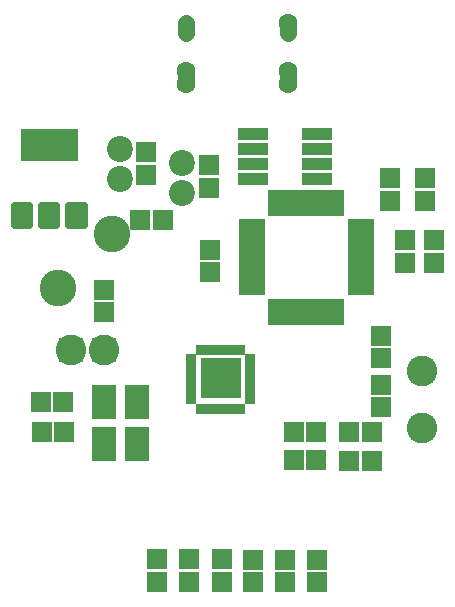
<source format=gts>
G04 Created by GerbView*
%FSLAX26Y26*%
%MOIN*%
G75*
%ADD10C,0.0010*%
%ADD11R,0.0275X0.0354*%
%ADD12R,0.0354X0.0275*%
%ADD13R,0.0708X0.0669*%
%ADD14R,0.1338X0.1338*%
%ADD15R,0.0669X0.0708*%
%ADD16C,0.0511*%
%ADD17C,0.1023*%
%ADD18R,0.0858X0.0334*%
%ADD19R,0.0334X0.0858*%
%ADD20C,0.1220*%
%ADD21R,0.0787X0.0787*%
%ADD22R,0.1023X0.0433*%
%ADD23C,0.0196*%
%ADD24C,0.0866*%
%ADD25C,0.0629*%
%ADD26C,0.0551*%
%ADD27R,0.0787X0.1181*%
%LNEXPORT*%
D02*
D10*
D11*
X637362Y-01342169D03*
D10*
D11*
X637362Y-01145318D03*
D10*
D11*
X657047Y-01342169D03*
D10*
D11*
X657047Y-01145318D03*
D10*
D11*
X676732Y-01342169D03*
D10*
D11*
X676732Y-01145318D03*
D10*
D11*
X696417Y-01342169D03*
D10*
D11*
X696417Y-01145318D03*
D10*
D11*
X716102Y-01342169D03*
D10*
D11*
X716102Y-01145318D03*
D10*
D11*
X735787Y-01342169D03*
D10*
D11*
X735787Y-01145318D03*
D10*
D11*
X755472Y-01342169D03*
D10*
D11*
X755472Y-01145318D03*
D10*
D11*
X775157Y-01342169D03*
D10*
D11*
X775157Y-01145318D03*
D10*
D12*
X607834Y-01312641D03*
D10*
D12*
X804685Y-01312641D03*
D10*
D12*
X607834Y-01292956D03*
D10*
D12*
X804685Y-01292956D03*
D10*
D12*
X607834Y-01273271D03*
D10*
D12*
X804685Y-01273271D03*
D10*
D12*
X607834Y-01253586D03*
D10*
D12*
X804685Y-01253586D03*
D10*
D12*
X607834Y-01233901D03*
D10*
D12*
X804685Y-01233901D03*
D10*
D12*
X607834Y-01214216D03*
D10*
D12*
X804685Y-01214216D03*
D10*
D12*
X607834Y-01194531D03*
D10*
D12*
X804685Y-01194531D03*
D10*
D12*
X607834Y-01174846D03*
D10*
D12*
X804685Y-01174846D03*
D10*
D13*
X493748Y-01843952D03*
D10*
D13*
X493748Y-01918755D03*
D10*
D13*
X600000Y-01843952D03*
D10*
D13*
X600000Y-01918755D03*
D10*
D13*
X709374Y-01843952D03*
D10*
D13*
X709374Y-01918755D03*
D10*
D13*
X812500Y-01847074D03*
D10*
D13*
X812500Y-01921877D03*
D10*
D13*
X921874Y-01847074D03*
D10*
D13*
X921874Y-01921877D03*
D10*
D13*
X1028125Y-01847074D03*
D10*
D13*
X1028125Y-01921877D03*
D10*
D14*
X706251Y-01240629D03*
D10*
D15*
X109374Y-01418755D03*
D10*
D15*
X184177Y-01418755D03*
D10*
D15*
X106251Y-01321877D03*
D10*
D15*
X181055Y-01321877D03*
D10*
D16*
X703125Y-01237503D03*
D10*
D15*
X1134374Y-01515629D03*
D10*
D15*
X1209177Y-01515629D03*
D10*
D15*
X1134374Y-01421877D03*
D10*
D15*
X1209177Y-01421877D03*
D10*
D15*
X950000Y-01512503D03*
D10*
D15*
X1024803Y-01512503D03*
D10*
D15*
X950000Y-01421877D03*
D10*
D15*
X1024803Y-01421877D03*
D10*
D17*
X1378271Y-01406031D03*
D10*
D17*
X1378271Y-01215480D03*
D10*
D13*
X1240527Y-01100102D03*
D10*
D13*
X1240527Y-01174905D03*
D10*
D13*
X1240527Y-01262602D03*
D10*
D13*
X1240527Y-01337405D03*
D10*
D18*
X809374Y-00946633D03*
D10*
D18*
X809374Y-00915531D03*
D10*
D18*
X809374Y-00884035D03*
D10*
D18*
X809374Y-00852933D03*
D10*
D18*
X809374Y-00821830D03*
D10*
D18*
X809374Y-00790334D03*
D10*
D18*
X809374Y-00759232D03*
D10*
D18*
X809374Y-00728129D03*
D10*
D18*
X1171972Y-00947027D03*
D10*
D18*
X1171972Y-00915925D03*
D10*
D18*
X1171972Y-00884429D03*
D10*
D18*
X1171972Y-00853326D03*
D10*
D18*
X1171972Y-00822224D03*
D10*
D18*
X1171972Y-00790728D03*
D10*
D18*
X1171972Y-00759625D03*
D10*
D18*
X1171972Y-00728523D03*
D10*
D19*
X881421Y-00656476D03*
D10*
D19*
X912523Y-00656476D03*
D10*
D19*
X944019Y-00656476D03*
D10*
D19*
X975122Y-00656476D03*
D10*
D19*
X1006224Y-00656476D03*
D10*
D19*
X1037720Y-00656476D03*
D10*
D19*
X1068822Y-00656476D03*
D10*
D19*
X1099925Y-00656476D03*
D10*
D19*
X881421Y-01021830D03*
D10*
D19*
X912523Y-01021830D03*
D10*
D19*
X944019Y-01021830D03*
D10*
D19*
X975122Y-01021830D03*
D10*
D19*
X1006224Y-01021830D03*
D10*
D19*
X1037720Y-01021830D03*
D10*
D19*
X1068822Y-01021830D03*
D10*
D19*
X1099925Y-01021830D03*
D10*
D20*
X344822Y-00759291D03*
D10*
D20*
X163625Y-00940484D03*
D10*
D13*
X1318649Y-00781350D03*
D10*
D13*
X1318649Y-00856153D03*
D10*
D13*
X668649Y-00812602D03*
D10*
D13*
X668649Y-00887405D03*
D10*
D21*
X206251Y-01146877D03*
D10*
D21*
X316488Y-01146877D03*
D10*
D17*
X206251Y-01146877D03*
D10*
D17*
X316488Y-01146877D03*
D10*
D13*
X315527Y-00946976D03*
D10*
D13*
X315527Y-01021779D03*
D10*
D22*
X815000Y-00426346D03*
D10*
D22*
X815000Y-00476346D03*
D10*
D22*
X815000Y-00526346D03*
D10*
D22*
X815000Y-00576346D03*
D10*
D22*
X1027598Y-00576346D03*
D10*
D22*
X1027598Y-00526346D03*
D10*
D22*
X1027598Y-00476346D03*
D10*
D22*
X1027598Y-00426346D03*
D10*
G36*
X161858Y-00663118D02*
X106740D01*
Y-00733196D01*
X161858D01*
Y-00663118D01*
G37*
D23*
X161858Y-00663118D02*
X106740D01*
Y-00733196D01*
X161858D01*
Y-00663118D01*
D10*
G36*
X71307Y-00663118D02*
X16188D01*
Y-00733196D01*
X71307D01*
Y-00663118D01*
G37*
D23*
X71307Y-00663118D02*
X16188D01*
Y-00733196D01*
X71307D01*
Y-00663118D01*
D10*
G36*
X252409Y-00663118D02*
X197291D01*
Y-00733196D01*
X252409D01*
Y-00663118D01*
G37*
D23*
X252409Y-00663118D02*
X197291D01*
Y-00733196D01*
X252409D01*
Y-00663118D01*
D10*
G36*
X229181Y-00517842D02*
X40204D01*
Y-00411543D01*
X229181D01*
Y-00517842D01*
G37*
D24*
X370681Y-00577019D03*
D10*
D24*
X370681Y-00476405D03*
D10*
D24*
X576728Y-00523196D03*
D10*
D24*
X576728Y-00623811D03*
D10*
D13*
X456149Y-00487602D03*
D10*
D13*
X456149Y-00562405D03*
D10*
D13*
X1415523Y-00781350D03*
D10*
D13*
X1415523Y-00856153D03*
D10*
D13*
X1268653Y-00649905D03*
D10*
D13*
X1268653Y-00575102D03*
D10*
D13*
X665523Y-00531350D03*
D10*
D13*
X665523Y-00606153D03*
D10*
D13*
X1387401Y-00575102D03*
D10*
D13*
X1387401Y-00649905D03*
D10*
D25*
X931913Y-00057814D03*
D10*
D25*
X931913Y-00217192D03*
D10*
D25*
X931913Y-00260940D03*
D10*
D26*
X931913Y-00057814D02*
Y-00090629D01*
Y-00217192D02*
Y-00260940D01*
D25*
X591287Y-00217192D03*
D26*
D25*
X591287Y-00260940D03*
D26*
X591287Y-00217192D02*
Y-00260940D01*
Y-00057814D02*
Y-00090629D01*
D27*
X315625Y-01321877D03*
D26*
D27*
X425862Y-01321877D03*
D26*
D27*
X315625Y-01459377D03*
D26*
D27*
X425862Y-01459377D03*
D26*
D15*
X512303Y-00714066D03*
D26*
D15*
X437500Y-00714066D03*
D26*
D02*
M02*

</source>
